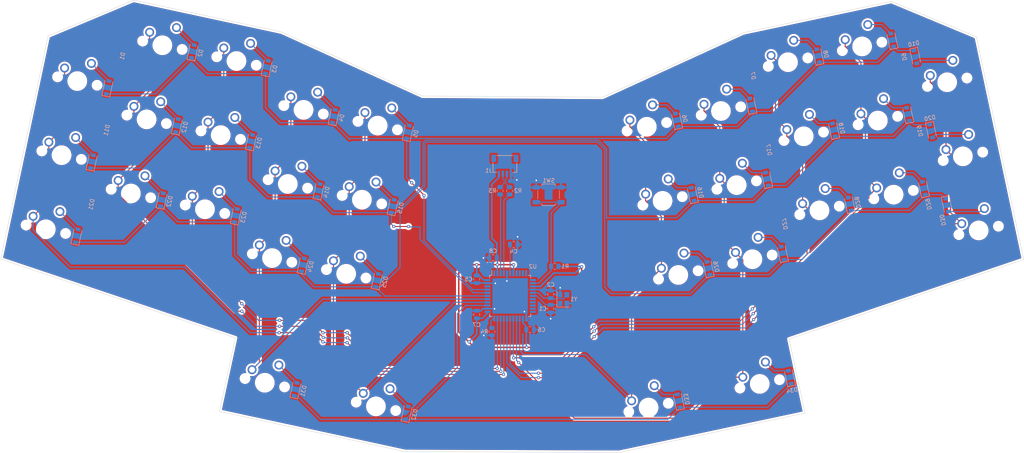
<source format=kicad_pcb>
(kicad_pcb (version 20211014) (generator pcbnew)
  (title_block (title "El Digito") (rev "v1.0.0") (company "MrKantz"))
  (layers (0 "F.Cu" signal) (31 "B.Cu" signal) (34 "B.Paste" user) (35 "F.Paste" user) (36 "B.SilkS" user "B.Silkscreen") (37 "F.SilkS" user "F.Silkscreen") (38 "B.Mask" user) (39 "F.Mask" user) (44 "Edge.Cuts" user))
  (net 0 "")
  (net 1 "GND")
  (net 2 "Net-(C1-Pad2)")
  (net 3 "Net-(C2-Pad2)")
  (net 4 "Net-(C4-Pad1)")
  (net 5 "+5V")
  (net 6 "/ROW0")
  (net 7 "Net-(D1-Pad2)")
  (net 8 "Net-(D2-Pad2)")
  (net 9 "Net-(D3-Pad2)")
  (net 10 "Net-(D4-Pad2)")
  (net 11 "Net-(D5-Pad2)")
  (net 12 "Net-(D6-Pad2)")
  (net 13 "Net-(D7-Pad2)")
  (net 14 "Net-(D8-Pad2)")
  (net 15 "Net-(D9-Pad2)")
  (net 16 "Net-(D10-Pad2)")
  (net 17 "/ROW1")
  (net 18 "Net-(D11-Pad2)")
  (net 19 "Net-(D12-Pad2)")
  (net 20 "Net-(D13-Pad2)")
  (net 21 "Net-(D14-Pad2)")
  (net 22 "Net-(D15-Pad2)")
  (net 23 "Net-(D16-Pad2)")
  (net 24 "Net-(D17-Pad2)")
  (net 25 "Net-(D18-Pad2)")
  (net 26 "Net-(D19-Pad2)")
  (net 27 "Net-(D20-Pad2)")
  (net 28 "/ROW2")
  (net 29 "Net-(D21-Pad2)")
  (net 30 "Net-(D22-Pad2)")
  (net 31 "Net-(D23-Pad2)")
  (net 32 "Net-(D24-Pad2)")
  (net 33 "Net-(D25-Pad2)")
  (net 34 "Net-(D26-Pad2)")
  (net 35 "Net-(D27-Pad2)")
  (net 36 "Net-(D28-Pad2)")
  (net 37 "Net-(D29-Pad2)")
  (net 38 "Net-(D30-Pad2)")
  (net 39 "/ROW3")
  (net 40 "Net-(D31-Pad2)")
  (net 41 "Net-(D32-Pad2)")
  (net 42 "Net-(D33-Pad2)")
  (net 43 "Net-(R1-Pad1)")
  (net 44 "Net-(R4-Pad1)")
  (net 52 "Net-(R2-Pad2)")
  (net 53 "/COL0")
  (net 54 "/COL1")
  (net 55 "/COL2")
  (net 56 "/COL3")
  (net 57 "/COL4")
  (net 58 "/COL5")
  (net 59 "/COL6")
  (net 60 "/COL7")
  (net 61 "/COL8")
  (net 62 "/COL9")
  (net 63 "Net-(R3-Pad2)")
  (net 64 "/D+")
  (net 65 "/D-")
  (net 71 "Net-(D34-Pad2)")
  (footprint "MX_Only:MXOnly-1U-NoLED" (layer "F.Cu") (at 307.224003 98.058645 12)
    (fp_text reference "MX20")
    (fp_text value "MX-NoLED")
  )
  (footprint "MX_Only:MXOnly-1U-NoLED" (layer "F.Cu") (at 250.335287 105.294595 12)
    (fp_text reference "MX17")
    (fp_text value "MX-NoLED")
  )
  (footprint "MX_Only:MXOnly-1U-NoLED" (layer "F.Cu") (at 267.20175 93.019624 12)
    (fp_text reference "MX18")
    (fp_text value "MX-NoLED")
  )
  (footprint "MX_Only:MXOnly-1U-NoLED" (layer "F.Cu") (at 120.606602 92.725583 -12)
    (fp_text reference "MX13")
    (fp_text value "MX-NoLED")
  )
  (footprint "MX_Only:MXOnly-1U-NoLED" (layer "F.Cu") (at 303.263285 79.424931 12)
    (fp_text reference "MX10")
    (fp_text value "MX-NoLED")
  )
  (footprint "MX_Only:MXOnly-1U-NoLED" (layer "F.Cu") (at 141.433783 86.366843 -12)
    (fp_text reference "MX4")
    (fp_text value "MX-NoLED")
  )
  (footprint "MX_Only:MXOnly-1U-NoLED" (layer "F.Cu") (at 254.296005 123.928308 12)
    (fp_text reference "MX27")
    (fp_text value "MX-NoLED")
  )
  (footprint "MX_Only:MXOnly-1U-NoLED" (layer "F.Cu") (at 156.106775 108.961274 -12)
    (fp_text reference "MX15")
    (fp_text value "MX-NoLED")
  )
  (footprint "MX_Only:MXOnly-1U-NoLED" (layer "F.Cu") (at 84.545066 79.130892 -12)
    (fp_text reference "MX1")
    (fp_text value "MX-NoLED")
  )
  (footprint "MX_Only:MXOnly-1U-NoLED" (layer "F.Cu") (at 152.146059 127.594985 -12)
    (fp_text reference "MX25")
    (fp_text value "MX-NoLED")
  )
  (footprint "MX_Only:MXOnly-1U-NoLED" (layer "F.Cu") (at 124.567319 74.091871 -12)
    (fp_text reference "MX3")
    (fp_text value "MX-NoLED")
  )
  (footprint "MX_Only:MXOnly-1U-NoLED" (layer "F.Cu") (at 131.678436 154.988134 -12)
    (fp_text reference "MX31")
    (fp_text value "MX-NoLED")
  )
  (footprint "MX_Only:MXOnly-1U-NoLED" (layer "F.Cu") (at 133.512346 123.634267 -12)
    (fp_text reference "MX24")
    (fp_text value "MX-NoLED")
  )
  (footprint "MX_Only:MXOnly-1U-NoLED" (layer "F.Cu") (at 231.701575 109.255313 12)
    (fp_text reference "MX16")
    (fp_text value "MX-NoLED")
  )
  (footprint "MX_Only:MXOnly-1U-NoLED" (layer "F.Cu") (at 76.623631 116.398316 -12)
    (fp_text reference "MX21")
    (fp_text value "MX-NoLED")
  )
  (footprint "MX_Only:MXOnly-1U-NoLED" (layer "F.Cu") (at 159.629004 160.92921 -12)
    (fp_text reference "MX32")
    (fp_text value "MX-NoLED")
  )
  (footprint "MX_Only:MXOnly-1U-NoLED" (layer "F.Cu") (at 281.874743 70.425194 12)
    (fp_text reference "MX9")
    (fp_text value "MX-NoLED")
  )
  (footprint "MX_Only:MXOnly-1U-NoLED" (layer "F.Cu") (at 105.933608 70.131154 -12)
    (fp_text reference "MX2")
    (fp_text value "MX-NoLED")
  )
  (footprint "MX_Only:MXOnly-1U-NoLED" (layer "F.Cu") (at 311.18472 116.692356 12)
    (fp_text reference "MX30")
    (fp_text value "MX-NoLED")
  )
  (footprint "MX_Only:MXOnly-1U-NoLED" (layer "F.Cu") (at 256.129916 155.282173 12)
    (fp_text reference "MX34")
    (fp_text value "MX-NoLED")
  )
  (footprint "MX_Only:MXOnly-1U-NoLED" (layer "F.Cu") (at 160.067494 90.327562 -12)
    (fp_text reference "MX5")
    (fp_text value "MX-NoLED")
  )
  (footprint "MX_Only:MXOnly-1U-NoLED" (layer "F.Cu") (at 271.162467 111.653336 12)
    (fp_text reference "MX28")
    (fp_text value "MX-NoLED")
  )
  (footprint "MX_Only:MXOnly-1U-NoLED" (layer "F.Cu") (at 289.796178 107.692618 12)
    (fp_text reference "MX29")
    (fp_text value "MX-NoLED")
  )
  (footprint "MX_Only:MXOnly-1U-NoLED" (layer "F.Cu") (at 246.37457 86.660884 12)
    (fp_text reference "MX7")
    (fp_text value "MX-NoLED")
  )
  (footprint "MX_Only:MXOnly-1U-NoLED" (layer "F.Cu") (at 235.662293 127.889024 12)
    (fp_text reference "MX26")
    (fp_text value "MX-NoLED")
  )
  (footprint "MX_Only:MXOnly-1U-NoLED" (layer "F.Cu") (at 285.835461 89.058905 12)
    (fp_text reference "MX19")
    (fp_text value "MX-NoLED")
  )
  (footprint "MX_Only:MXOnly-1U-NoLED" (layer "F.Cu") (at 263.241031 74.385911 12)
    (fp_text reference "MX8")
    (fp_text value "MX-NoLED")
  )
  (footprint "MX_Only:MXOnly-1U-NoLED" (layer "F.Cu") (at 101.97289 88.764866 -12)
    (fp_text reference "MX12")
    (fp_text value "MX-NoLED")
  )
  (footprint "MX_Only:MXOnly-1U-NoLED" (layer "F.Cu") (at 80.58435 97.764604 -12)
    (fp_text reference "MX11")
    (fp_text value "MX-NoLED")
  )
  (footprint "MX_Only:MXOnly-1U-NoLED" (layer "F.Cu") (at 98.012172 107.398578 -12)
    (fp_text reference "MX22")
    (fp_text value "MX-NoLED")
  )
  (footprint "MX_Only:MXOnly-1U-NoLED" (layer "F.Cu") (at 227.740856 90.621602 12)
    (fp_text reference "MX6")
    (fp_text value "MX-NoLED")
  )
  (footprint "MX_Only:MXOnly-1U-NoLED" (layer "F.Cu") (at 116.645884 111.359295 -12)
    (fp_text reference "MX23")
    (fp_text value "MX-NoLED")
  )
  (footprint "MX_Only:MXOnly-1U-NoLED" (layer "F.Cu") (at 228.179347 161.223249 12)
    (fp_text reference "MX33")
    (fp_text value "MX-NoLED")
  )
  (footprint "MX_Only:MXOnly-1U-NoLED" (layer "F.Cu") (at 137.473065 105.000556 -12)
    (fp_text reference "MX14")
    (fp_text value "MX-NoLED")
  )
  (footprint "Button_Switch_SMD:SW_SPST_SKQG_WithoutStem" (layer "B.Cu") (at 203.046152 107.73207 180)
    (fp_text reference "SW1")
    (fp_text value "SW_Push")
  )
  (footprint "Diode_SMD:D_SOD-123" (layer "B.Cu") (at 297.375148 106.081657 102)
    (fp_text reference "D29")
    (fp_text value "D_Small")
  )
  (footprint "Diode_SMD:D_SOD-123" (layer "B.Cu") (at 163.870823 110.611573 78)
    (fp_text reference "D15")
    (fp_text value "D_Small")
  )
  (footprint "Diode_SMD:D_SOD-123" (layer "B.Cu") (at 289.453714 68.814232 102)
    (fp_text reference "D9")
    (fp_text value "D_Small")
  )
  (footprint "Diode_SMD:D_SOD-123" (layer "B.Cu") (at 235.30526 88.942102 102)
    (fp_text reference "D6")
    (fp_text value "D_Small")
  )
  (footprint "Diode_SMD:D_SOD-123" (layer "B.Cu") (at 141.2621 125.351815 78)
    (fp_text reference "D24")
    (fp_text value "D_Small")
  )
  (footprint "Diode_SMD:D_SOD-123" (layer "B.Cu") (at 261.89341 122.404087 102)
    (fp_text reference "D27")
    (fp_text value "D_Small")
  )
  (footprint "Diode_SMD:D_SOD-123" (layer "B.Cu") (at 167.393051 162.579509 78)
    (fp_text reference "D32")
    (fp_text value "D_Small")
  )
  (footprint "random-keyboard-parts:JST-SR-4" (layer "B.Cu") (at 192.0479 97.66957)
    (fp_text reference "J1")
    (fp_text value "Conn_01x04_Female")
  )
  (footprint "Capacitor_SMD:C_0805_2012Metric" (layer "B.Cu") (at 198.383652 141.63207)
    (fp_text reference "C6")
    (fp_text value "0.1uF")
  )
  (footprint "Diode_SMD:D_SOD-123" (layer "B.Cu") (at 149.05722 87.987256 78)
    (fp_text reference "D4")
    (fp_text value "D_Small")
  )
  (footprint "Crystal:Crystal_SMD_3225-4Pin_3.2x2.5mm" (layer "B.Cu") (at 206.777402 133.95707 90)
    (fp_text reference "Y1")
    (fp_text value "16MHz")
  )
  (footprint "Diode_SMD:D_SOD-123" (layer "B.Cu") (at 293.414432 87.447945 102)
    (fp_text reference "D19")
    (fp_text value "D_Small")
  )
  (footprint "Capacitor_SMD:C_0805_2012Metric" (layer "B.Cu") (at 203.577402 132.75707 -90)
    (fp_text reference "C2")
    (fp_text value "22pF")
  )
  (footprint "Diode_SMD:D_SOD-123" (layer "B.Cu") (at 295.291065 73.063825 -78)
    (fp_text reference "D10")
    (fp_text value "D_Small")
  )
  (footprint "Diode_SMD:D_SOD-123" (layer "B.Cu") (at 167.690932 91.947973 78)
    (fp_text reference "D5")
    (fp_text value "D_Small")
  )
  (footprint "Package_QFP:TQFP-44_10x10mm_P0.8mm" (layer "B.Cu") (at 193.377402 133.15707 -90)
    (fp_text reference "U2")
    (fp_text value "ATmega32U4-A")
  )
  (footprint "Diode_SMD:D_SOD-123" (layer "B.Cu") (at 92.168504 80.751304 78)
    (fp_text reference "D1")
    (fp_text value "D_Small")
  )
  (footprint "Resistor_SMD:R_0805_2012Metric" (layer "B.Cu") (at 190.8479 106.71957 -90)
    (fp_text reference "R3")
    (fp_text value "22")
  )
  (footprint "Diode_SMD:D_SOD-123" (layer "B.Cu") (at 235.74375 159.54375 102)
    (fp_text reference "D33")
    (fp_text value "D_Small")
  )
  (footprint "Resistor_SMD:R_0805_2012Metric" (layer "B.Cu") (at 188.783652 142.13207 -90)
    (fp_text reference "R4")
    (fp_text value "10k")
  )
  (footprint "Diode_SMD:D_SOD-123" (layer "B.Cu") (at 145.23711 106.650855 78)
    (fp_text reference "D14")
    (fp_text value "D_Small")
  )
  (footprint "Diode_SMD:D_SOD-123" (layer "B.Cu") (at 257.932694 103.770376 102)
    (fp_text reference "D17")
    (fp_text value "D_Small")
  )
  (footprint "Diode_SMD:D_SOD-123" (layer "B.Cu") (at 105.790513 108.981629 78)
    (fp_text reference "D22")
    (fp_text value "D_Small")
  )
  (footprint "Diode_SMD:D_SOD-123" (layer "B.Cu") (at 303.2125 110.33125 -78)
    (fp_text reference "D30")
    (fp_text value "D_Small")
  )
  (footprint "Diode_SMD:D_SOD-123" (layer "B.Cu") (at 270.820001 72.77495 102)
    (fp_text reference "D8")
    (fp_text value "D_Small")
  )
  (footprint "Diode_SMD:D_SOD-123" (layer "B.Cu") (at 243.226694 126.209525 102)
    (fp_text reference "D26")
    (fp_text value "D_Small")
  )
  (footprint "Capacitor_SMD:C_0805_2012Metric" (layer "B.Cu") (at 203.577402 136.35707 90)
    (fp_text reference "C1")
    (fp_text value "22pF")
  )
  (footprint "Capacitor_SMD:C_0805_2012Metric" (layer "B.Cu") (at 194.283652 120.23207)
    (fp_text reference "C4")
    (fp_text value "1uF")
  )
  (footprint "Diode_SMD:D_SOD-123" (layer "B.Cu") (at 274.780719 91.408664 102)
    (fp_text reference "D18")
    (fp_text value "D_Small")
  )
  (footprint "Diode_SMD:D_SOD-123" (layer "B.Cu") (at 124.424225 112.942347 78)
    (fp_text reference "D23")
    (fp_text value "D_Small")
  )
  (footprint "Diode_SMD:D_SOD-123" (layer "B.Cu") (at 113.571339 71.684318 78)
    (fp_text reference "D2")
    (fp_text value "D_Small")
  )
  (footprint "Capacitor_SMD:C_0805_2012Metric" (layer "B.Cu") (at 184.977402 128.95707 -90)
    (fp_text reference "C5")
    (fp_text value "0.1uF")
  )
  (footprint "Diode_SMD:D_SOD-123" (layer "B.Cu") (at 299.251782 91.697537 -78)
    (fp_text reference "D20")
    (fp_text value "D_Small")
  )
  (footprint "Diode_SMD:D_SOD-123" (layer "B.Cu") (at 239.265976 107.575813 102)
    (fp_text reference "D16")
    (fp_text value "D_Small")
  )
  (footprint "Resistor_SMD:R_0805_2012Metric" (layer "B.Cu") (at 204.583652 125.73207)
    (fp_text reference "R1")
    (fp_text value "10k")
  )
  (footprint "Resistor_SMD:R_0805_2012Metric" (layer "B.Cu") (at 193.246152 106.73207 -90)
    (fp_text reference "R2")
    (fp_text value "22")
  )
  (footprint "Diode_SMD:D_SOD-123" (layer "B.Cu") (at 253.971977 85.136664 102)
    (fp_text reference "D7")
    (fp_text value "D_Small")
  )
  (footprint "Diode_SMD:D_SOD-123" (layer "B.Cu") (at 132.205052 75.645035 78)
    (fp_text reference "D3")
    (fp_text value "D_Small")
  )
  (footprint "Diode_SMD:D_SOD-123" (layer "B.Cu") (at 263.694317 153.602673 102)
    (fp_text reference "D34")
    (fp_text value "D_Small")
  )
  (footprint "Diode_SMD:D_SOD-123" (layer "B.Cu") (at 139.442484 156.638433 78)
    (fp_text reference "D31")
    (fp_text value "D_Small")
  )
  (footprint "Diode_SMD:D_SOD-123" (layer "B.Cu") (at 159.910105 129.245285 78)
    (fp_text reference "D25")
    (fp_text value "D_Small")
  )
  (footprint "Diode_SMD:D_SOD-123" (layer "B.Cu") (at 88.207787 99.385016 78)
    (fp_text reference "D11")
    (fp_text value "D_Small")
  )
  (footprint "Diode_SMD:D_SOD-123" (layer "B.Cu") (at 84.387678 118.048614 78)
    (fp_text reference "D21")
    (fp_text value "D_Small")
  )
  (footprint "Capacitor_SMD:C_0805_2012Metric" (layer "B.Cu") (at 189.077402 123.55707 180)
    (fp_text reference "C8")
    (fp_text value "10uF")
  )
  (footprint "Diode_SMD:D_SOD-123" (layer "B.Cu") (at 128.244333 94.278748 78)
    (fp_text reference "D13")
    (fp_text value "D_Small")
  )
  (footprint "Capacitor_SMD:C_0805_2012Metric" (layer "B.Cu") (at 184.983652 137.83207 90)
    (fp_text reference "C7")
    (fp_text value "0.1uF")
  )
  (footprint "Diode_SMD:D_SOD-123" (layer "B.Cu") (at 278.741437 110.042374 102)
    (fp_text reference "D28")
    (fp_text value "D_Small")
  )
  (footprint "Diode_SMD:D_SOD-123" (layer "B.Cu") (at 109.610622 90.318029 78)
    (fp_text reference "D12")
    (fp_text value "D_Small")
  )
  (gr_line (start 289.2 59.1) (end 310.6 68) (layer "Edge.Cuts") (width 0.1))
  (gr_line (start 220.8 172.5) (end 167 172.3) (layer "Edge.Cuts") (width 0.1))
  (gr_line (start 322.5 124) (end 263.5 144) (layer "Edge.Cuts") (width 0.1))
  (gr_line (start 252 67) (end 289.2 59.1) (layer "Edge.Cuts") (width 0.1))
  (gr_line (start 167 172.3) (end 120.3 162.2) (layer "Edge.Cuts") (width 0.1))
  (gr_line (start 216.6 83.2) (end 252 67) (layer "Edge.Cuts") (width 0.1))
  (gr_line (start 98.7 58.8) (end 135.9 66.8) (layer "Edge.Cuts") (width 0.1))
  (gr_line (start 267.5 162.6) (end 220.8 172.5) (layer "Edge.Cuts") (width 0.1))
  (gr_line (start 65.3 123.9) (end 77.2 67.8) (layer "Edge.Cuts") (width 0.1))
  (gr_line (start 135.9 66.8) (end 171.3 82.9) (layer "Edge.Cuts") (width 0.1))
  (gr_line (start 120.3 162.2) (end 124.3 143.7) (layer "Edge.Cuts") (width 0.1))
  (gr_line (start 310.6 68) (end 322.5 124) (layer "Edge.Cuts") (width 0.1))
  (gr_line (start 124.3 143.7) (end 65.3 123.9) (layer "Edge.Cuts") (width 0.1))
  (gr_line (start 77.2 67.8) (end 98.7 58.8) (layer "Edge.Cuts") (width 0.1))
  (gr_line (start 171.3 82.9) (end 216.6 83.2) (layer "Edge.Cuts") (width 0.1))
  (gr_line (start 263.5 144) (end 267.5 162.6) (layer "Edge.Cuts") (width 0.1))
  (via (at 205.95 131.1) (size 0.8) (drill 0.4) (layers "F.Cu" "B.Cu") (net 1))
  (via (at 203.55 138.9) (size 0.8) (drill 0.4) (layers "F.Cu" "B.Cu") (net 1))
  (via (at 186.75 143.1) (size 0.8) (drill 0.4) (layers "F.Cu" "B.Cu") (net 1))
  (via (at 192.55 129.4) (size 0.8) (drill 0.4) (layers "F.Cu" "B.Cu") (net 1))
  (via (at 195.05 104) (size 0.8) (drill 0.4) (layers "F.Cu" "B.Cu") (net 1))
  (via (at 196.95 137.1) (size 0.8) (drill 0.4) (layers "F.Cu" "B.Cu") (net 1))
  (via (at 189.65 130) (size 0.8) (drill 0.4) (layers "F.Cu" "B.Cu") (net 1))
  (via (at 189.45 136.4) (size 0.8) (drill 0.4) (layers "F.Cu" "B.Cu") (net 1))
  (via (at 195.25 118.3) (size 0.8) (drill 0.4) (layers "F.Cu" "B.Cu") (net 1))
  (via (at 186.65 123.6) (size 0.8) (drill 0.4) (layers "F.Cu" "B.Cu") (net 1))
  (via (at 199.95 104.1) (size 0.8) (drill 0.4) (layers "F.Cu" "B.Cu") (net 1))
  (segment (start 199.077402 131.55707) (end 203.327402 131.55707) (width 0.381) (layer "B.Cu") (net 1))
  (segment (start 187.677402 136.35707) (end 186.59293 136.35707) (width 0.381) (layer "B.Cu") (net 1))
  (segment (start 197.377402 139.027402) (end 199.333652 140.983652) (width 0.381) (layer "B.Cu") (net 1))
  (segment (start 203.327402 131.55707) (end 203.577402 131.80707) (width 0.381) (layer "B.Cu") (net 1))
  (segment (start 193.5479 102.4979) (end 195.05 104) (width 0.381) (layer "B.Cu") (net 1))
  (segment (start 185.001582 136.9) (end 184.983652 136.88207) (width 0.381) (layer "B.Cu") (net 1))
  (segment (start 203.577402 137.30707) (end 203.577402 138.872598) (width 0.381) (layer "B.Cu") (net 1))
  (segment (start 203.577402 131.80707) (end 204.877402 131.80707) (width 0.381) (layer "B.Cu") (net 1))
  (segment (start 195.233652 118.316348) (end 195.25 118.3) (width 0.381) (layer "B.Cu") (net 1))
  (segment (start 199.946152 105.88207) (end 206.146152 105.88207) (width 0.381) (layer "B.Cu") (net 1))
  (segment (start 199.946152 105.88207) (end 199.946152 104.103848) (width 0.381) (layer "B.Cu") (net 1))
  (segment (start 186.05 136.9) (end 185.001582 136.9) (width 0.381) (layer "B.Cu") (net 1))
  (segment (start 189.40707 136.35707) (end 189.45 136.4) (width 0.381) (layer "B.Cu") (net 1))
  (segment (start 197.377402 138.85707) (end 197.377402 139.027402) (width 0.381) (layer "B.Cu") (net 1))
  (segment (start 199.333652 140.983652) (end 199.333652 141.63207) (width 0.381) (layer "B.Cu") (net 1))
  (segment (start 199.946152 104.103848) (end 199.95 104.1) (width 0.381) (layer "B.Cu") (net 1))
  (segment (start 205.927402 131.122598) (end 205.95 131.1) (width 0.381) (layer "B.Cu") (net 1))
  (segment (start 207.627402 136.13807) (end 206.458402 137.30707) (width 0.381) (layer "B.Cu") (net 1))
  (segment (start 206.458402 137.30707) (end 203.577402 137.30707) (width 0.381) (layer "B.Cu") (net 1))
  (segment (start 207.627402 135.05707) (end 207.627402 136.13807) (width 0.381) (layer "B.Cu") (net 1))
  (segment (start 195.233652 120.23207) (end 195.233652 118.316348) (width 0.381) (layer "B.Cu") (net 1))
  (segment (start 186.69293 123.55707) (end 186.65 123.6) (width 0.381) (layer "B.Cu") (net 1))
  (segment (start 186.80543 143.04457) (end 186.75 143.1) (width 0.381) (layer "B.Cu") (net 1))
  (segment (start 187.677402 129.95707) (end 189.60707 129.95707) (width 0.381) (layer "B.Cu") (net 1))
  (segment (start 192.577402 127.45707) (end 192.577402 129.372598) (width 0.381) (layer "B.Cu") (net 1))
  (segment (start 188.783652 143.04457) (end 186.80543 143.04457) (width 0.381) (layer "B.Cu") (net 1))
  (segment (start 188.127402 123.55707) (end 186.69293 123.55707) (width 0.381) (layer "B.Cu") (net 1))
  (segment (start 189.60707 129.95707) (end 189.65 130) (width 0.381) (layer "B.Cu") (net 1))
  (segment (start 197.377402 138.85707) (end 197.377402 137.527402) (width 0.381) (layer "B.Cu") (net 1))
  (segment (start 197.377402 137.527402) (end 196.95 137.1) (width 0.381) (layer "B.Cu") (net 1))
  (segment (start 204.877402 131.80707) (end 205.927402 132.85707) (width 0.381) (layer "B.Cu") (net 1))
  (segment (start 192.577402 129.372598) (end 192.55 129.4) (width 0.381) (layer "B.Cu") (net 1))
  (segment (start 205.927402 132.85707) (end 205.927402 131.122598) (width 0.381) (layer "B.Cu") (net 1))
  (segment (start 187.677402 136.35707) (end 189.40707 136.35707) (width 0.381) (layer "B.Cu") (net 1))
  (segment (start 193.5479 102.44457) (end 193.5479 102.4979) (width 0.381) (layer "B.Cu") (net 1))
  (segment (start 187.627402 129.90707) (end 187.677402 129.95707) (width 0.381) (layer "B.Cu") (net 1))
  (segment (start 186.59293 136.35707) (end 186.05 136.9) (width 0.381) (layer "B.Cu") (net 1))
  (segment (start 203.577402 138.872598) (end 203.55 138.9) (width 0.381) (layer "B.Cu") (net 1))
  (segment (start 184.977402 129.90707) (end 187.627402 129.90707) (width 0.381) (layer "B.Cu") (net 1))
  (segment (start 203.577402 135.40707) (end 205.577402 135.40707) (width 0.254) (layer "B.Cu") (net 2))
  (segment (start 205.577402 135.40707) (end 205.927402 135.05707) (width 0.254) (layer "B.Cu") (net 2))
  (segment (start 202.331402 135.40707) (end 203.577402 135.40707) (width 0.254) (layer "B.Cu") (net 2))
  (segment (start 200.081402 133.15707) (end 202.331402 135.40707) (width 0.254) (layer "B.Cu") (net 2))
  (segment (start 199.077402 133.15707) (end 200.081402 133.15707) (width 0.254) (layer "B.Cu") (net 2))
  (segment (start 203.577402 133.70707) (end 203.753913 133.883581) (width 0.254) (layer "B.Cu") (net 3))
  (segment (start 206.700891 133.883581) (end 207.627402 132.95707) (width 0.254) (layer "B.Cu") (net 3))
  (segment (start 200.40707 132.35707) (end 201.75707 133.70707) (width 0.254) (layer "B.Cu") (net 3))
  (segment (start 203.753913 133.883581) (end 206.700891 133.883581) (width 0.254) (layer "B.Cu") (net 3))
  (segment (start 201.75707 133.70707) (end 203.577402 133.70707) (width 0.254) (layer "B.Cu") (net 3))
  (segment (start 199.077402 132.35707) (end 200.40707 132.35707) (width 0.254) (layer "B.Cu") (net 3))
  (segment (start 207.627402 132.95707) (end 207.627402 132.85707) (width 0.254) (layer "B.Cu") (net 3))
  (segment (start 193.377402 127.45707) (end 193.377402 120.27582) (width 0.254) (layer "B.Cu") (net 4))
  (segment (start 193.377402 120.27582) (end 193.333652 120.23207) (width 0.254) (layer "B.Cu") (net 4))
  (segment (start 211.35 137.8) (end 203.65 145.5) (width 0.381) (layer "F.Cu") (net 5))
  (segment (start 180.45 142.2) (end 180.45 127.3) (width 0.381) (layer "F.Cu") (net 5))
  (segment (start 203.05 146.1) (end 184.35 146.1) (width 0.381) (layer "F.Cu") (net 5))
  (segment (start 180.45 127.3) (end 182.45 125.3) (width 0.381) (layer "F.Cu") (net 5))
  (segment (start 211.35 125.8) (end 211.35 137.8) (width 0.381) (layer "F.Cu") (net 5))
  (segment (start 184.35 146.1) (end 180.45 142.2) (width 0.381) (layer "F.Cu") (net 5))
  (segment (start 203.65 145.5) (end 203.05 146.1) (width 0.381) (layer "F.Cu") (net 5))
  (segment (start 190.15 125.3) (end 194.25 125.3) (width 0.381) (layer "F.Cu") (net 5))
  (segment (start 182.45 125.3) (end 190.15 125.3) (width 0.381) (layer "F.Cu") (net 5))
  (via (at 211.35 125.8) (size 0.8) (drill 0.4) (layers "F.Cu" "B.Cu") (net 5))
  (via (at 194.25 125.3) (size 0.8) (drill 0.4) (layers "F.Cu" "B.Cu") (net 5))
  (via (at 190.15 125.3) (size 0.8) (drill 0.4) (layers "F.Cu" "B.Cu") (net 5))
  (via (at 197.55 146.1) (size 0.8) (drill 0.4) (layers "F.Cu" "B.Cu") (net 5))
  (via (at 184.95 125.3) (size 0.8) (drill 0.4) (layers "F.Cu" "B.Cu") (net 5))
  (via (at 183.05 144.7) (size 0.8) (drill 0.4) (layers "F.Cu" "B.Cu") (net 5))
  (segment (start 190.177402 127.45707) (end 190.177402 123.70707) (width 0.381) (layer "B.Cu") (net 5))
  (segment (start 197.433652 141.63207) (end 197.433652 145.983652) (width 0.381) (layer "B.Cu") (net 5))
  (segment (start 187.677402 129.15707) (end 186.70707 129.15707) (width 0.381) (layer "B.Cu") (net 5))
  (segment (start 200.99293 130.75707) (end 204.35 127.4) (width 0.381) (layer "B.Cu") (net 5))
  (segment (start 190.177402 123.70707) (end 190.027402 123.55707) (width 0.381) (layer "B.Cu") (net 5))
  (segment (start 190.5479 103.35835) (end 188.76875 105.1375) (width 0.381) (layer "B.Cu") (net 5))
  (segment (start 190.027402 119.889902) (end 190.027402 123.55707) (width 0.381) (layer "B.Cu") (net 5))
  (segment (start 184.983652 138.78207) (end 184.983652 142.766348) (width 0.381) (layer "B.Cu") (net 5))
  (segment (start 199.077402 130.75707) (end 200.99293 130.75707) (width 0.381) (layer "B.Cu") (net 5))
  (segment (start 196.577402 138.85707) (end 196.577402 139.927402) (width 0.381) (layer "B.Cu") (net 5))
  (segment (start 185.55707 128.00707) (end 184.977402 128.00707) (width 0.381) (layer "B.Cu") (net 5))
  (segment (start 188.76875 105.1375) (end 188.76875 118.63125) (width 0.381) (layer "B.Cu") (net 5))
  (segment (start 197.433652 140.783652) (end 197.433652 141.63207) (width 0.381) (layer "B.Cu") (net 5))
  (segment (start 211.28207 125.73207) (end 211.35 125.8) (width 0.381) (layer "B.Cu") (net 5))
  (segment (start 209.75 127.4) (end 211.35 125.8) (width 0.381) (layer "B.Cu") (net 5))
  (segment (start 186.36793 138.78207) (end 184.983652 138.78207) (width 0.381) (layer "B.Cu") (net 5))
  (segment (start 194.25 127.384472) (end 194.177402 127.45707) (width 0.381) (layer "B.Cu") (net 5))
  (segment (start 184.983652 142.766348) (end 183.05 144.7) (width 0.381) (layer "B.Cu") (net 5))
  (segment (start 204.35 127.4) (end 209.75 127.4) (width 0.381) (layer "B.Cu") (net 5))
  (segment (start 187.677402 137.15707) (end 187.677402 137.472598) (width 0.381) (layer "B.Cu") (net 5))
  (segment (start 184.977402 128.00707) (end 184.977402 125.327402) (width 0.381) (layer "B.Cu") (net 5))
  (segment (start 188.76875 118.63125) (end 190.027402 119.889902) (width 0.381) (layer "B.Cu") (net 5))
  (segment (start 205.496152 125.73207) (end 211.28207 125.73207) (width 0.381) (layer "B.Cu") (net 5))
  (segment (start 184.977402 125.327402) (end 184.95 125.3) (width 0.381) (layer "B.Cu") (net 5))
  (segment (start 194.25 125.3) (end 194.25 127.384472) (width 0.381) (layer "B.Cu") (net 5))
  (segment (start 190.5479 102.44457) (end 190.5479 103.35835) (width 0.381) (layer "B.Cu") (net 5))
  (segment (start 197.433652 145.983652) (end 197.55 146.1) (width 0.381) (layer "B.Cu") (net 5))
  (segment (start 186.70707 129.15707) (end 185.55707 128.00707) (width 0.381) (layer "B.Cu") (net 5))
  (segment (start 187.677402 137.472598) (end 186.36793 138.78207) (width 0.381) (layer "B.Cu") (net 5))
  (segment (start 196.577402 139.927402) (end 197.433652 140.783652) (width 0.381) (layer "B.Cu") (net 5))
  (segment (start 171.7 107.8) (end 171.7 107.9) (width 0.254) (layer "F.Cu") (net 6))
  (segment (start 168.6 104.7) (end 171.7 107.8) (width 0.254) (layer "F.Cu") (net 6))
  (via (at 168.6 104.7) (size 0.8) (drill 0.4) (layers "F.Cu" "B.Cu") (net 6))
  (via (at 171.7 107.9) (size 0.8) (drill 0.4) (layers "F.Cu" "B.Cu") (net 6))
  (segment (start 131.861998 77.258979) (end 131.861998 85.861998) (width 0.254) (layer "B.Cu") (net 6))
  (segment (start 113.228285 73.298262) (end 117.189002 77.258979) (width 0.254) (layer "B.Cu") (net 6))
  (segment (start 285.83605 74.388894) (end 271.163055 74.388894) (width 0.254) (layer "B.Cu") (net 6))
  (segment (start 131.861998 85.861998) (end 135.6012 89.6012) (width 0.254) (layer "B.Cu") (net 6))
  (segment (start 167.347878 103.447878) (end 168.6 104.7) (width 0.254) (layer "B.Cu") (net 6))
  (segment (start 91.82545 82.365248) (end 104.161299 82.365248) (width 0.254) (layer "B.Cu") (net 6))
  (segment (start 167.347878 93.561917) (end 232.642443 93.561917) (width 0.254) (layer "B.Cu") (net 6))
  (segment (start 153.238083 93.561917) (end 167.347878 93.561917) (width 0.254) (layer "B.Cu") (net 6))
  (segment (start 271.163055 74.388894) (end 258.801341 86.750608) (width 0.254) (layer "B.Cu") (net 6))
  (segment (start 171.7 119.3) (end 183.95707 131.55707) (width 0.254) (layer "B.Cu") (net 6))
  (segment (start 183.95707 131.55707) (end 187.677402 131.55707) (width 0.254) (layer "B.Cu") (net 6))
  (segment (start 117.189002 77.258979) (end 131.861998 77.258979) (width 0.254) (layer "B.Cu") (net 6))
  (segment (start 148.8012 89.6012) (end 153 93.8) (width 0.254) (layer "B.Cu") (net 6))
  (segment (start 104.161299 82.365248) (end 113.228285 73.298262) (width 0.254) (layer "B.Cu") (net 6))
  (segment (start 289.796768 70.428176) (end 285.83605 74.388894) (width 0.254) (layer "B.Cu") (net 6))
  (segment (start 148.714166 89.6012) (end 148.8012 89.6012) (width 0.254) (layer "B.Cu") (net 6))
  (segment (start 258.801341 86.750608) (end 254.315031 86.750608) (width 0.254) (layer "B.Cu") (net 6))
  (segment (start 167.347878 93.561917) (end 167.347878 103.447878) (width 0.254) (layer "B.Cu") (net 6))
  (segment (start 232.642443 93.561917) (end 235.648314 90.556046) (width 0.254) (layer "B.Cu") (net 6))
  (segment (start 135.6012 89.6012) (end 148.714166 89.6012) (width 0.254) (layer "B.Cu") (net 6))
  (segment (start 153 93.8) (end 153.238083 93.561917) (width 0.254) (layer "B.Cu") (net 6))
  (segment (start 171.7 107.9) (end 171.7 119.3) (width 0.254) (layer "B.Cu") (net 6))
  (segment (start 250.509593 90.556046) (end 235.648314 90.556046) (width 0.254) (layer "B.Cu") (net 6))
  (segment (start 294.948011 71.449881) (end 290.818473 71.449881) (width 0.254) (layer "B.Cu") (net 6))
  (segment (start 290.818473 71.449881) (end 289.796768 70.428176) (width 0.254) (layer "B.Cu") (net 6))
  (segment (start 254.315031 86.750608) (end 250.509593 90.556046) (width 0.254) (layer "B.Cu") (net 6))
  (segment (start 88.085752 74.689998) (end 92.511558 79.115804) (width 0.254) (layer "B.Cu") (net 7))
  (segment (start 92.511558 79.115804) (end 92.511558 79.13736) (width 0.254) (layer "B.Cu") (net 7))
  (segment (start 109.474294 65.69026) (end 113.854408 70.070374) (width 0.254) (layer "B.Cu") (net 8))
  (segment (start 113.854408 70.070374) (end 113.914393 70.070374) (width 0.254) (layer "B.Cu") (net 8))
  (segment (start 132.488119 74.031091) (end 132.548106 74.031091) (width 0.254) (layer "B.Cu") (net 9))
  (segment (start 128.108005 69.650977) (end 132.488119 74.031091) (width 0.254) (layer "B.Cu") (net 9))
  (segment (start 144.974469 81.925949) (end 149.400274 86.351754) (width 0.254) (layer "B.Cu") (net 10))
  (segment (start 149.400274 86.351754) (end 149.400274 86.373312) (width 0.254) (layer "B.Cu") (net 10))
  (segment (start 163.60818 85.886668) (end 168.033986 90.312474) (width 0.254) (layer "B.Cu") (net 11))
  (segment (start 168.033986 90.312474) (end 168.033986 90.334029) (width 0.254) (layer "B.Cu") (net 11))
  (segment (start 232.758564 85.124516) (end 234.962206 87.328158) (width 0.254) (layer "B.Cu") (net 12))
  (segment (start 229.16916 85.124516) (end 232.758564 85.124516) (width 0.254) (layer "B.Cu") (net 12))
  (segment (start 247.802874 81.163798) (end 251.270001 81.163798) (width 0.254) (layer "B.Cu") (net 13))
  (segment (start 251.270001 81.163798) (end 253.628923 83.52272) (width 0.254) (layer "B.Cu") (net 13))
  (segment (start 264.669335 68.888825) (end 268.204766 68.888825) (width 0.254) (layer "B.Cu") (net 14))
  (segment (start 268.204766 68.888825) (end 270.476947 71.161006) (width 0.254) (layer "B.Cu") (net 14))
  (segment (start 286.83848 64.928108) (end 289.11066 67.200288) (width 0.254) (layer "B.Cu") (net 15))
  (segment (start 283.303047 64.928108) (end 286.83848 64.928108) (width 0.254) (layer "B.Cu") (net 15))
  (segment (start 296.384043 73.927845) (end 295.634119 74.677769) (width 0.254) (layer "B.Cu") (net 16))
  (segment (start 304.691589 73.927845) (end 296.384043 73.927845) (width 0.254) (layer "B.Cu") (net 16))
  (segment (start 164.1 115.7) (end 167.8 115.7) (width 0.254) (layer "F.Cu") (net 17))
  (via (at 167.8 115.7) (size 0.8) (drill 0.4) (layers "F.Cu" "B.Cu") (net 17))
  (via (at 164.1 115.7) (size 0.8) (drill 0.4) (layers "F.Cu" "B.Cu") (net 17))
  (segment (start 298.908728 90.083593) (end 294.77919 90.083593) (width 0.254) (layer "B.Cu") (net 17))
  (segment (start 171.5 105.4) (end 171.5 94.6) (width 0.254) (layer "B.Cu") (net 17))
  (segment (start 100.200581 100.99896) (end 109.267568 91.931973) (width 0.254) (layer "B.Cu") (net 17))
  (segment (start 184.115696 132.35707) (end 187.677402 132.35707) (width 0.254) (layer "B.Cu") (net 17))
  (segment (start 215.515437 94.015437) (end 217.6 96.1) (width 0.254) (layer "B.Cu") (net 17))
  (segment (start 163.527769 115.127769) (end 164.1 115.7) (width 0.254) (layer "B.Cu") (net 17))
  (segment (start 144.894056 108.264799) (end 148.854774 112.225517) (width 0.254) (layer "B.Cu") (net 17))
  (segment (start 275.123773 93.022608) (end 262.762061 105.38432) (width 0.254) (layer "B.Cu") (net 17))
  (segment (start 258.275748 105.38432) (end 254.470311 109.189757) (width 0.254) (layer "B.Cu") (net 17))
  (segment (start 127.901279 95.892692) (end 127.901279 103.701279) (width 0.254) (layer "B.Cu") (net 17))
  (segment (start 170.7 118.941374) (end 184.115696 132.35707) (width 0.254) (layer "B.Cu") (net 17))
  (segment (start 109.267568 91.931973) (end 109.331973 91.931973) (width 0.254) (layer "B.Cu") (net 17))
  (segment (start 294.77919 90.083593) (end 293.757486 89.061889) (width 0.254) (layer "B.Cu") (net 17))
  (segment (start 293.757486 89.061889) (end 289.796767 93.022608) (width 0.254) (layer "B.Cu") (net 17))
  (segment (start 217.6 113.5) (end 235.298787 113.5) (width 0.254) (layer "B.Cu") (net 17))
  (segment (start 148.854774 112.225517) (end 163.527769 112.225517) (width 0.254) (layer "B.Cu") (net 17))
  (segment (start 235.298787 113.5) (end 239.60903 109.189757) (width 0.254) (layer "B.Cu") (net 17))
  (segment (start 109.331973 91.931973) (end 113.292692 95.892692) (width 0.254) (layer "B.Cu") (net 17))
  (segment (start 254.470311 109.189757) (end 239.60903 109.189757) (width 0.254) (layer "B.Cu") (net 17))
  (segment (start 217.6 96.1) (end 217.6 113.5) (width 0.254) (layer "B.Cu") (net 17))
  (segment (start 262.762061 105.38432) (end 258.275748 105.38432) (width 0.254) (layer "B.Cu") (net 17))
  (segment (start 163.527769 112.225517) (end 163.527769 115.127769) (width 0.254) (layer "B.Cu") (net 17))
  (segment (start 167.8 115.7) (end 167.9 115.8) (width 0.254) (layer "B.Cu") (net 17))
  (segment (start 289.796767 93.022608) (end 275.123773 93.022608) (width 0.254) (layer "B.Cu") (net 17))
  (segment (start 167.9 115.8) (end 170.7 115.8) (width 0.254) (layer "B.Cu") (net 17))
  (segment (start 172.084563 94.015437) (end 215.515437 94.015437) (width 0.254) (layer "B.Cu") (net 17))
  (segment (start 171.5 94.6) (end 172.084563 94.015437) (width 0.254) (layer "B.Cu") (net 17))
  (segment (start 127.901279 103.701279) (end 132.464799 108.264799) (width 0.254) (layer "B.Cu") (net 17))
  (segment (start 87.864733 100.99896) (end 100.200581 100.99896) (width 0.254) (layer "B.Cu") (net 17))
  (segment (start 170.7 115.8) (end 170.7 118.941374) (width 0.254) (layer "B.Cu") (net 17))
  (segment (start 132.464799 108.264799) (end 144.894056 108.264799) (width 0.254) (layer "B.Cu") (net 17))
  (segment (start 163.527769 112.225517) (end 164.674483 112.225517) (width 0.254) (layer "B.Cu") (net 17))
  (segment (start 164.674483 112.225517) (end 171.5 105.4) (width 0.254) (layer "B.Cu") (net 17))
  (segment (start 113.292692 95.892692) (end 127.901279 95.892692) (width 0.254) (layer "B.Cu") (net 17))
  (segment (start 88.550841 97.749515) (end 88.550841 97.771072) (width 0.254) (layer "B.Cu") (net 18))
  (segment (start 84.125036 93.32371) (end 88.550841 97.749515) (width 0.254) (layer "B.Cu") (net 18))
  (segment (start 105.513576 84.323972) (end 109.893689 88.704085) (width 0.254) (layer "B.Cu") (net 19))
  (segment (start 109.893689 88.704085) (end 109.953676 88.704085) (width 0.254) (layer "B.Cu") (net 19))
  (segment (start 128.527403 92.664804) (end 128.587387 92.664804) (width 0.254) (layer "B.Cu") (net 20))
  (segment (start 124.147288 88.284689) (end 128.527403 92.664804) (width 0.254) (layer "B.Cu") (net 20))
  (segment (start 145.491 105.036911) (end 145.580164 105.036911) (width 0.254) (layer "B.Cu") (net 21))
  (segment (start 141.013751 100.559662) (end 145.491 105.036911) (width 0.254) (layer "B.Cu") (net 21))
  (segment (start 159.647461 104.52038) (end 164.12471 108.997629) (width 0.254) (layer "B.Cu") (net 22))
  (segment (start 164.12471 108.997629) (end 164.213877 108.997629) (width 0.254) (layer "B.Cu") (net 22))
  (segment (start 238.922922 105.961869) (end 235.333521 105.961869) (width 0.254) (layer "B.Cu") (net 23))
  (segment (start 235.333521 105.961869) (end 233.129879 103.758227) (width 0.254) (layer "B.Cu") (net 23))
  (segment (start 254.122514 102.156432) (end 251.763591 99.797509) (width 0.254) (layer "B.Cu") (net 24))
  (segment (start 257.58964 102.156432) (end 254.122514 102.156432) (width 0.254) (layer "B.Cu") (net 24))
  (segment (start 274.437665 89.79472) (end 270.902236 89.79472) (width 0.254) (layer "B.Cu") (net 25))
  (segment (start 270.902236 89.79472) (end 268.630054 87.522538) (width 0.254) (layer "B.Cu") (net 25))
  (segment (start 289.535947 85.834001) (end 287.263765 83.561819) (width 0.254) (layer "B.Cu") (net 26))
  (segment (start 293.071378 85.834001) (end 289.535947 85.834001) (width 0.254) (layer "B.Cu") (net 26))
  (segment (start 300.344758 92.561559) (end 299.594836 93.311481) (width 0.254) (layer "B.Cu") (net 27))
  (segment (start 308.652307 92.561559) (end 300.344758 92.561559) (width 0.254) (layer "B.Cu") (net 27))
  (segment (start 218.8 132.6) (end 217.14648 130.94648) (width 0.254) (layer "B.Cu") (net 28))
  (segment (start 243.476531 127.823469) (end 238.7 132.6) (width 0.254) (layer "B.Cu") (net 28))
  (segment (start 161.864892 133.15707) (end 187.677402 133.15707) (width 0.254) (layer "B.Cu") (net 28))
  (segment (start 262.236464 124.018031) (end 258.431026 127.823469) (width 0.254) (layer "B.Cu") (net 28))
  (segment (start 160.840771 130.859229) (end 159.567051 130.859229) (width 0.254) (layer "B.Cu") (net 28))
  (segment (start 140.919046 127.719046) (end 144.059229 130.859229) (width 0.254) (layer "B.Cu") (net 28))
  (segment (start 159.567051 130.859229) (end 161.864892 133.15707) (width 0.254) (layer "B.Cu") (net 28))
  (segment (start 297.718202 107.695601) (end 301.847741 107.695601) (width 0.254) (layer "B.Cu") (net 28))
  (segment (start 165.7 126) (end 160.840771 130.859229) (width 0.254) (layer "B.Cu") (net 28))
  (segment (start 124.081171 122.881171) (end 128.165759 126.965759) (width 0.254) (layer "B.Cu") (net 28))
  (segment (start 238.7 132.6) (end 218.8 132.6) (width 0.254) (layer "B.Cu") (net 28))
  (segment (start 165.7 111.841374) (end 165.7 126) (width 0.254) (layer "B.Cu") (net 28))
  (segment (start 243.569748 127.823469) (end 243.476531 127.823469) (width 0.254) (layer "B.Cu") (net 28))
  (segment (start 217.14648 130.94648) (end 217.14648 96.287854) (width 0.254) (layer "B.Cu") (net 28))
  (segment (start 128.165759 126.965759) (end 140.919046 126.965759) (width 0.254) (layer "B.Cu") (net 28))
  (segment (start 140.919046 126.965759) (end 140.919046 127.719046) (width 0.254) (layer "B.Cu") (net 28))
  (segment (start 171.95352 105.587854) (end 165.7 111.841374) (width 0.254) (layer "B.Cu") (net 28))
  (segment (start 172.272417 94.468957) (end 171.95352 94.787854) (width 0.254) (layer "B.Cu") (net 28))
  (segment (start 171.95352 94.787854) (end 171.95352 105.587854) (width 0.254) (layer "B.Cu") (net 28))
  (segment (start 84.044624 119.662558) (end 96.380474 119.662558) (width 0.254) (layer "B.Cu") (net 28))
  (segment (start 297.718202 107.695601) (end 293.757485 111.656318) (width 0.254) (layer "B.Cu") (net 28))
  (segment (start 215.327583 94.468957) (end 172.272417 94.468957) (width 0.254) (layer "B.Cu") (net 28))
  (segment (start 279.084491 111.656318) (end 266.722778 124.018031) (width 0.254) (layer "B.Cu") (net 28))
  (segment (start 124.081171 114.556291) (end 124.081171 122.881171) (width 0.254) (layer "B.Cu") (net 28))
  (segment (start 109.756291 114.556291) (end 124.081171 114.556291) (width 0.254) (layer "B.Cu") (net 28))
  (segment (start 266.722778 124.018031) (end 262.236464 124.018031) (width 0.254) (layer "B.Cu") (net 28))
  (segment (start 144.059229 130.859229) (end 159.567051 130.859229) (width 0.254) (layer "B.Cu") (net 28))
  (segment (start 96.380474 119.662558) (end 105.447459 110.595573) (width 0.254) (layer "B.Cu") (net 28))
  (segment (start 105.795573 110.595573) (end 109.756291 114.556291) (width 0.254) (layer "B.Cu") (net 28))
  (segment (start 258.431026 127.823469) (end 243.569748 127.823469) (width 0.254) (layer "B.Cu") (net 28))
  (segment (start 301.847741 107.695601) (end 302.869446 108.717306) (width 0.254) (layer "B.Cu") (net 28))
  (segment (start 105.447459 110.595573) (end 105.795573 110.595573) (width 0.254) (layer "B.Cu") (net 28))
  (segment (start 293.757485 111.656318) (end 279.084491 111.656318) (width 0.254) (layer "B.Cu") (net 28))
  (segment (start 217.14648 96.287854) (end 215.327583 94.468957) (width 0.254) (layer "B.Cu") (net 28))
  (segment (start 80.164317 111.957422) (end 84.641565 116.43467) (width 0.254) (layer "B.Cu") (net 29))
  (segment (start 84.641565 116.43467) (end 84.730732 116.43467) (width 0.254) (layer "B.Cu") (net 29))
  (segment (start 101.552858 102.957684) (end 105.962859 107.367685) (width 0.254) (layer "B.Cu") (net 30))
  (segment (start 105.962859 107.367685) (end 106.133567 107.367685) (width 0.254) (layer "B.Cu") (net 30))
  (segment (start 124.596572 111.328403) (end 124.767279 111.328403) (width 0.254) (layer "B.Cu") (net 31))
  (segment (start 120.18657 106.918401) (end 124.596572 111.328403) (width 0.254) (layer "B.Cu") (net 31))
  (segment (start 141.59753 123.737871) (end 141.605154 123.737871) (width 0.254) (layer "B.Cu") (net 32))
  (segment (start 137.053032 119.193373) (end 141.59753 123.737871) (width 0.254) (layer "B.Cu") (net 32))
  (segment (start 155.686745 123.154091) (end 160.163995 127.631341) (width 0.254) (layer "B.Cu") (net 33))
  (segment (start 160.163995 127.631341) (end 160.253159 127.631341) (width 0.254) (layer "B.Cu") (net 33))
  (segment (start 237.090597 122.391938) (end 240.679997 122.391938) (width 0.254) (layer "B.Cu") (net 34))
  (segment (start 240.679997 122.391938) (end 242.88364 124.595581) (width 0.254) (layer "B.Cu") (net 34))
  (segment (start 259.191435 118.431222) (end 261.550356 120.790143) (width 0.254) (layer "B.Cu") (net 35))
  (segment (start 255.724309 118.431222) (end 259.191435 118.431222) (width 0.254) (layer "B.Cu") (net 35))
  (segment (start 276.126203 106.15625) (end 278.398383 108.42843) (width 0.254) (layer "B.Cu") (net 36))
  (segment (start 272.590771 106.15625) (end 276.126203 106.15625) (width 0.254) (layer "B.Cu") (net 36))
  (segment (start 291.224482 102.195532) (end 294.759913 102.195532) (width 0.254) (layer "B.Cu") (net 37))
  (segment (start 294.759913 102.195532) (end 297.032094 104.467713) (width 0.254) (layer "B.Cu") (net 37))
  (segment (start 311.8631 111.945194) (end 312.613024 111.19527) (width 0.254) (layer "B.Cu") (net 38))
  (segment (start 303.555554 111.945194) (end 311.8631 111.945194) (width 0.254) (layer "B.Cu") (net 38))
  (segment (start 182.14293 135.55707) (end 187.677402 135.55707) (width 0.254) (layer "B.Cu") (net 39))
  (segment (start 180.1 151.14345) (end 180.1 137.6) (width 0.254) (layer "B.Cu") (net 39))
  (segment (start 167.049997 164.193453) (end 180.1 151.14345) (width 0.254) (layer "B.Cu") (net 39))
  (segment (start 264.037371 155.216617) (end 258.096294 161.157694) (width 0.254) (layer "B.Cu") (net 39))
  (segment (start 258.096294 161.157694) (end 236.086804 161.157694) (width 0.254) (layer "B.Cu") (net 39))
  (segment (start 145.693453 164.193453) (end 167.049997 164.193453) (width 0.254) (layer "B.Cu") (net 39))
  (segment (start 233.051045 164.193453) (end 236.086804 161.157694) (width 0.254) (layer "B.Cu") (net 39))
  (segment (start 180.1 137.6) (end 182.14293 135.55707) (width 0.254) (layer "B.Cu") (net 39))
  (segment (start 167.049997 164.193453) (end 233.051045 164.193453) (width 0.254) (layer "B.Cu") (net 39))
  (segment (start 139.752377 158.252377) (end 145.693453 164.193453) (width 0.254) (layer "B.Cu") (net 39))
  (segment (start 139.09943 158.252377) (end 139.752377 158.252377) (width 0.254) (layer "B.Cu") (net 39))
  (segment (start 139.696371 155.024489) (end 139.785538 155.024489) (width 0.254) (layer "B.Cu") (net 40))
  (segment (start 135.219122 150.54724) (end 139.696371 155.024489) (width 0.254) (layer "B.Cu") (net 40))
  (segment (start 167.646939 160.965565) (end 167.736105 160.965565) (width 0.254) (layer "B.Cu") (net 41))
  (segment (start 163.16969 156.488316) (end 167.646939 160.965565) (width 0.254) (layer "B.Cu") (net 41))
  (segment (start 235.400696 157.929806) (end 231.811294 157.929806) (width 0.254) (layer "B.Cu") (net 42))
  (segment (start 231.811294 157.929806) (end 229.607651 155.726163) (width 0.254) (layer "B.Cu") (net 42))
  (segment (start 203.671152 126.778848) (end 200.49293 129.95707) (width 0.254) (layer "B.Cu") (net 43))
  (segment (start 206.146152 109.803848) (end 206.146152 109.58207) (width 0.254) (layer "B.Cu") (net 43))
  (segment (start 200.49293 129.95707) (end 199.077402 129.95707) (width 0.254) (layer "B.Cu") (net 43))
  (segment (start 203.671152 125.73207) (end 203.671152 112.278848) (width 0.254) (layer "B.Cu") (net 43))
  (segment (start 203.671152 112.278848) (end 206.146152 109.803848) (width 0.254) (layer "B.Cu") (net 43))
  (segment (start 199.946152 109.58207) (end 206.146152 109.58207) (width 0.254) (layer "B.Cu") (net 43))
  (segment (start 203.671152 125.73207) (end 203.671152 126.778848) (width 0.254) (layer "B.Cu") (net 43))
  (segment (start 188.55 140.985918) (end 188.783652 141.21957) (width 0.254) (layer "B.Cu") (net 44))
  (segment (start 189.377402 138.85707) (end 189.09293 138.85707) (width 0.254) (layer "B.Cu") (net 44))
  (segment (start 188.55 139.4) (end 188.55 140.985918) (width 0.254) (layer "B.Cu") (net 44))
  (segment (start 189.09293 138.85707) (end 188.55 139.4) (width 0.254) (layer "B.Cu") (net 44))
  (segment (start 191.777402 127.45707) (end 191.777402 109.11332) (width 0.254) (layer "B.Cu") (net 52))
  (segment (start 191.777402 109.11332) (end 193.246152 107.64457) (width 0.254) (layer "B.Cu") (net 52))
  (segment (start 77.385703 109.160959) (end 73.424984 113.121678) (width 0.254) (layer "F.Cu") (net 53))
  (segment (start 160.4 152.9) (end 191.7 152.9) (width 0.254) (layer "F.Cu") (net 53))
  (segment (start 81.346419 90.52725) (end 77.385703 94.487966) (width 0.254) (layer "F.Cu") (net 53))
  (segment (start 81.346419 75.854254) (end 81.346419 90.52725) (width 0.254) (layer "F.Cu") (net 53))
  (segment (start 135.3 142.4) (end 144 142.4) (width 0.254) (layer "F.Cu") (net 53))
  (segment (start 77.385703 94.487966) (end 77.385703 109.160959) (width 0.254) (layer "F.Cu") (net 53))
  (segment (start 152.4 144.9) (end 160.4 152.9) (width 0.254) (layer "F.Cu") (net 53))
  (segment (start 144 142.4) (end 146.3 144.7) (width 0.254) (layer "F.Cu") (net 53))
  (via (at 146.3 144.7) (size 0.8) (drill 0.4) (layers "F.Cu" "B.Cu") (net 53))
  (via (at 152.4 144.9) (size 0.8) (drill 0.4) (layers "F.Cu" "B.Cu") (net 53))
  (via (at 191.7 152.9) (size 0.8) (drill 0.4) (layers "F.Cu" "B.Cu") (net 53))
  (via (at 135.3 142.4) (size 0.8) (drill 0.4) (layers "F.Cu" "B.Cu") (net 53))
  (segment (start 111.5 125.9) (end 126.4 140.8) (width 0.254) (layer "B.Cu") (net 53))
  (segment (start 128 142.4) (end 135.3 142.4) (width 0.254) (layer "B.Cu") (net 53))
  (segment (start 82.773032 125.9) (end 89.4 125.9) (width 0.254) (layer "B.Cu") (net 53))
  (segment (start 191.7 152.9) (end 191.777402 152.822598) (width 0.254) (layer "B.Cu") (net 53))
  (segment (start 73.424984 113.121678) (end 73.424984 116.551952) (width 0.254) (layer "B.Cu") (net 53))
  (segment (start 146.5 144.9) (end 152.4 144.9) (width 0.254) (layer "B.Cu") (net 53))
  (segment (start 146.3 144.7) (end 146.5 144.9) (width 0.254) (layer "B.Cu") (net 53))
  (segment (start 73.424984 116.551952) (end 82.773032 125.9) (width 0.254) (layer "B.Cu") (net 53))
  (segment (start 191.777402 152.822598) (end 191.777402 138.85707) (width 0.254) (layer "B.Cu") (net 53))
  (segment (start 89.4 125.9) (end 111.5 125.9) (width 0.254) (layer "B.Cu") (net 53))
  (segment (start 126.4 140.8) (end 128 142.4) (width 0.254) (layer "B.Cu") (net 53))
  (segment (start 190.973489 152.126511) (end 191 152.1) (width 0.254) (layer "F.Cu") (net 54))
  (segment (start 98.774243 85.488228) (end 98.774243 100.161222) (width 0.254) (layer "F.Cu") (net 54))
  (segment (start 102.734961 66.854516) (end 102.734961 81.52751) (width 0.254) (layer "F.Cu") (net 54))
  (segment (start 163.726511 152.126511) (end 190.973489 152.126511) (width 0.254) (layer "F.Cu") (net 54))
  (segment (start 98.774243 100.161222) (end 94.813525 104.12194) (width 0.254) (layer "F.Cu") (net 54))
  (segment (start 102.734961 81.52751) (end 98.774243 85.488228) (width 0.254) (layer "F.Cu") (net 54))
  (segment (start 135.4 140.8) (end 143.6 140.8) (width 0.254) (layer "F.Cu") (net 54))
  (segment (start 94.813525 104.12194) (end 94.813525 107.552214) (width 0.254) (layer "F.Cu") (net 54))
  (segment (start 124.261311 137) (end 125.9 137) (width 0.254) (layer "F.Cu") (net 54))
  (segment (start 94.813525 107.552214) (end 124.261311 137) (width 0.254) (layer "F.Cu") (net 54))
  (segment (start 160.9 152.1) (end 163.7 152.1) (width 0.254) (layer "F.Cu") (net 54))
  (segment (start 163.7 152.1) (end 163.726511 152.126511) (width 0.254) (layer "F.Cu") (net 54))
  (segment (start 152.5 143.7) (end 160.9 152.1) (width 0.254) (layer "F.Cu") (net 54))
  (segment (start 143.6 140.8) (end 146.4 143.6) (width 0.254) (layer "F.Cu") (net 54))
  (via (at 135.4 140.8) (size 0.8) (drill 0.4) (layers "F.Cu" "B.Cu") (net 54))
  (via (at 146.4 143.6) (size 0.8) (drill 0.4) (layers "F.Cu" "B.Cu") (net 54))
  (via (at 125.9 137) (size 0.8) (drill 0.4) (layers "F.Cu" "B.Cu") (net 54))
  (via (at 191 152.1) (size 0.8) (drill 0.4) (layers "F.Cu" "B.Cu") (net 54))
  (via (at 152.5 143.7) (size 0.8) (drill 0.4) (layers "F.Cu" "B.Cu") (net 54))
  (segment (start 146.4 143.6) (end 146.5 143.7) (width 0.254) (layer "B.Cu") (net 54))
  (segment (start 125.9 137) (end 129.7 140.8) (width 0.254) (layer "B.Cu") (net 54))
  (segment (start 129.7 140.8) (end 135.4 140.8) (width 0.254) (layer "B.Cu") (net 54))
  (segment (start 191 152.1) (end 190.977402 152.077402) (width 0.254) (layer "B.Cu") (net 54))
  (segment (start 190.977402 152.077402) (end 190.977402 138.85707) (width 0.254) (layer "B.Cu") (net 54))
  (segment (start 146.5 143.7) (end 152.5 143.7) (width 0.254) (layer "B.Cu") (net 54))
  (segment (start 135.4 139.3) (end 143.2 139.3) (width 0.254) (layer "F.Cu") (net 55))
  (segment (start 113.447237 108.082657) (end 113.447237 122.647237) (width 0.254) (layer "F.Cu") (net 55))
  (segment (start 143.2 139.3) (end 146.3 142.4) (width 0.254) (layer "F.Cu") (net 55))
  (segment (start 117.407955 104.121939) (end 113.447237 108.082657) (width 0.254) (layer "F.Cu") (net 55))
  (segment (start 152.4 142.4) (end 161.4 151.4) (width 0.254) (layer "F.Cu") (net 55))
  (segment (start 121.368672 70.815233) (end 121.368672 85.488228) (width 0.254) (layer "F.Cu") (net 55))
  (segment (start 161.4 151.4) (end 190.1 151.4) (width 0.254) (layer "F.Cu") (net 55))
  (segment (start 117.407955 89.448945) (end 117.407955 104.121939) (width 0.254) (layer "F.Cu") (net 55))
  (segment (start 113.447237 122.647237) (end 125.9 135.1) (width 0.254) (layer "F.Cu") (net 55))
  (segment (start 121.368672 85.488228) (end 117.407955 89.448945) (width 0.254) (layer "F.Cu") (net 55))
  (via (at 135.4 139.3) (size 0.8) (drill 0.4) (layers "F.Cu" "B.Cu") (net 55))
  (via (at 152.4 142.4) (size 0.8) (drill 0.4) (layers "F.Cu" "B.Cu") (net 55))
  (via (at 146.3 142.4) (size 0.8) (drill 0.4) (layers "F.Cu" "B.Cu") (net 55))
  (via (at 190.1 151.4) (size 0.8) (drill 0.4) (layers "F.Cu" "B.Cu") (net 55))
  (via (at 125.9 135.1) (size 0.8) (drill 0.4) (layers "F.Cu" "B.Cu") (net 55))
  (segment (start 130.1 139.3) (end 135.4 139.3) (width 0.254) (layer "B.Cu") (net 55))
  (segment (start 125.9 135.1) (end 130.1 139.3) (width 0.254) (layer "B.Cu") (net 55))
  (segment (start 190.177402 151.322598) (end 190.177402 138.85707) (width 0.254) (layer "B.Cu") (net 55))
  (segment (start 190.1 151.4) (end 190.177402 151.322598) (width 0.254) (layer "B.Cu") (net 55))
  (segment (start 146.3 142.4) (end 152.4 142.4) (width 0.254) (layer "B.Cu") (net 55))
  (segment (start 130.313699 120.357629) (end 130.313699 149.877586) (width 0.254) (layer "F.Cu") (net 56))
  (segment (start 130.313699 149.877586) (end 128.479789 151.711496) (width 0.254) (layer "F.Cu") (net 56))
  (segment (start 138.235136 97.7632) (end 134.274418 101.723918) (width 0.254) (layer "F.Cu") (net 56))
  (segment (start 134.274418 101.723918) (end 134.274418 116.39691) (width 0.254) (layer "F.Cu") (net 56))
  (segment (start 134.274418 116.39691) (end 130.313699 120.357629) (width 0.254) (layer "F.Cu") (net 56))
  (segment (start 138.235136 83.090205) (end 138.235136 97.7632) (width 0.254) (layer "F.Cu") (net 56))
  (segment (start 128.479789 151.711496) (end 146.234215 133.95707) (width 0.254) (layer "B.Cu") (net 56))
  (segment (start 146.234215 133.95707) (end 187.677402 133.95707) (width 0.254) (layer "B.Cu") (net 56))
  (segment (start 152.908128 105.684636) (end 152.908128 120.357631) (width 0.254) (layer "F.Cu") (net 57))
  (segment (start 156.868847 87.050924) (end 156.868847 101.723917) (width 0.254) (layer "F.Cu") (net 57))
  (segment (start 148.947412 150.169627) (end 156.430357 157.652572) (width 0.254) (layer "F.Cu") (net 57))
  (segment (start 156.868847 101.723917) (end 152.908128 105.684636) (width 0.254) (layer "F.Cu") (net 57))
  (segment (start 148.947412 124.318347) (end 148.947412 150.169627) (width 0.254) (layer "F.Cu") (net 57))
  (segment (start 152.908128 120.357631) (end 148.947412 124.318347) (width 0.254) (layer "F.Cu") (net 57))
  (segment (start 156.430357 157.652572) (end 179.325859 134.75707) (width 0.254) (layer "B.Cu") (net 57))
  (segment (start 179.325859 134.75707) (end 187.677402 134.75707) (width 0.254) (layer "B.Cu") (net 57))
  (segment (start 223.486018 90.622026) (end 227.446737 94.582745) (width 0.254) (layer "F.Cu") (net 58))
  (segment (start 227.446737 107.562962) (end 227.446737 109.255737) (width 0.254) (layer "F.Cu") (net 58))
  (segment (start 223.924509 133.679619) (end 223.924509 159.530898) (width 0.254) (layer "F.Cu") (net 58))
  (segment (start 223.486018 88.929251) (end 223.486018 90.622026) (width 0.254) (layer "F.Cu") (net 58))
  (segment (start 227.446737 94.582745) (end 227.446737 107.562962) (width 0.254) (layer "F.Cu") (net 58))
  (segment (start 231.407455 113.216455) (end 231.407455 126.196673) (width 0.254) (layer "F.Cu") (net 58))
  (segment (start 231.407455 126.196673) (end 223.924509 133.679619) (width 0.254) (layer "F.Cu") (net 58))
  (segment (start 227.446737 109.255737) (end 231.407455 113.216455) (width 0.254) (layer "F.Cu") (net 58))
  (segment (start 223.924509 159.530898) (end 212.293611 147.9) (width 0.254) (layer "B.Cu") (net 58))
  (segment (start 196.8 147.9) (end 195.777402 146.877402) (width 0.254) (layer "B.Cu") (net 58))
  (segment (start 212.293611 147.9) (end 196.8 147.9) (width 0.254) (layer "B.Cu") (net 58))
  (segment (start 195.777402 146.877402) (end 195.777402 138.85707) (width 0.254) (layer "B.Cu") (net 58))
  (segment (start 246.080449 90.622025) (end 246.080449 103.602244) (width 0.254) (layer "F.Cu") (net 59))
  (segment (start 242.119732 84.968533) (end 242.119732 86.661308) (width 0.254) (layer "F.Cu") (net 59))
  (segment (start 246.080449 103.602244) (end 247.205449 104.727244) (width 0.254) (layer "F.Cu") (net 59))
  (segment (start 247.205449 104.727244) (end 247.205449 119.400239) (width 0.254) (layer "F.Cu") (net 59))
  (segment (start 247.610178 153.589822) (end 237.3 163.9) (width 0.254) (layer "F.Cu") (net 59))
  (segment (start 237.3 163.9) (end 209.5 163.9) (width 0.254) (layer "F.Cu") (net 59))
  (segment (start 209.5 163.9) (end 195.5 149.9) (width 0.254) (layer "F.Cu") (net 59))
  (segment (start 242.119732 86.661308) (end 246.080449 90.622025) (width 0.254) (layer "F.Cu") (net 59))
  (segment (start 247.205449 119.400239) (end 250.041167 122.235957) (width 0.254) (layer "F.Cu") (net 59))
  (segment (start 251.875078 124.069868) (end 251.875078 153.589822) (width 0.254) (layer "F.Cu") (net 59))
  (segment (start 250.041167 122.235957) (end 251.875078 124.069868) (width 0.254) (layer "F.Cu") (net 59))
  (segment (start 251.875078 153.589822) (end 247.610178 153.589822) (width 0.254) (layer "F.Cu") (net 59))
  (via (at 195.5 149.9) (size 0.8) (drill 0.4) (layers "F.Cu" "B.Cu") (net 59))
  (segment (start 194.977402 149.377402) (end 194.977402 138.85707) (width 0.254) (layer "B.Cu") (net 59))
  (segment (start 195.5 149.9) (end 194.977402 149.377402) (width 0.254) (layer "B.Cu") (net 59))
  (segment (start 260.111193 88.491554) (end 262.946912 91.327273) (width 0.254) (layer "F.Cu") (net 60))
  (segment (start 266.907629 109.960985) (end 268.032629 111.085985) (width 0.254) (layer "F.Cu") (net 60))
  (segment (start 258.986193 72.69356) (end 260.111193 73.81856) (width 0.254) (layer "F.Cu") (net 60))
  (segment (start 262.946912 93.020048) (end 266.907629 96.980765) (width 0.254) (layer "F.Cu") (net 60))
  (segment (start 262.946912 91.327273) (end 262.946912 93.020048) (width 0.254) (layer "F.Cu") (net 60))
  (segment (start 260.111193 73.81856) (end 260.111193 88.491554) (width 0.254) (layer "F.Cu") (net 60))
  (segment (start 268.032629 111.085985) (end 268.032629 122.667371) (width 0.254) (layer "F.Cu") (net 60))
  (segment (start 214.4 140.9) (end 206.577445 148.722555) (width 0.254) (layer "F.Cu") (net 60))
  (segment (start 268.032629 122.667371) (end 254.3 136.4) (width 0.254) (layer "F.Cu") (net 60))
  (segment (start 266.907629 96.980765) (end 266.907629 109.960985) (width 0.254) (layer "F.Cu") (net 60))
  (segment (start 206.577445 148.722555) (end 194.250902 148.722555) (width 0.254) (layer "F.Cu") (net 60))
  (via (at 194.250902 148.722555) (size 0.8) (drill 0.4) (layers "F.Cu" "B.Cu") (net 60))
  (via (at 214.4 140.9) (size 0.8) (drill 0.4) (layers "F.Cu" "B.Cu") (net 60))
  (via (at 254.3 136.4) (size 0.8) (drill 0.4) (layers "F.Cu" "B.Cu") (net 60))
  (segment (start 254.3 136.4) (end 251.2 139.5) (width 0.254) (layer "B.Cu") (net 60))
  (segment (start 251.2 139.5) (end 216.4 139.5) (width 0.254) (layer "B.Cu") (net 60))
  (segment (start 194.250902 148.722555) (end 194.177402 148.649055) (width 0.254) (layer "B.Cu") (net 60))
  (segment (start 194.177402 148.649055) (end 194.177402 138.85707) (width 0.254) (layer "B.Cu") (net 60))
  (segment (start 216.4 139.5) (end 215.8 139.5) (width 0.254) (layer "B.Cu") (net 60))
  (segment (start 215.8 139.5) (end 214.4 140.9) (width 0.254) (layer "B.Cu") (net 60))
  (segment (start 283.575667 108.524333) (end 254.5 137.6) (width 0.254) (layer "F.Cu") (net 61))
  (segment (start 285.54134 106.000267) (end 283.575667 107.96594) (width 0.254) (layer "F.Cu") (net 61))
  (segment (start 281.580623 74.386336) (end 281.580623 87.366554) (width 0.254) (layer "F.Cu") (net 61))
  (segment (start 282.705623 103.16455) (end 285.54134 106.000267) (width 0.254) (layer "F.Cu") (net 61))
  (segment (start 203.9 152.6) (end 200.5 152.6) (width 0.254) (layer "F.Cu") (net 61))
  (segment (start 281.580623 87.366554) (end 282.705623 88.491554) (width 0.254) (layer "F.Cu") (net 61))
  (segment (start 282.705623 88.491554) (end 282.705623 103.16455) (width 0.254) (layer "F.Cu") (net 61))
  (segment (start 283.575667 107.96594) (end 283.575667 108.524333) (width 0.254) (layer "F.Cu") (net 61))
  (segment (start 277.619905 70.425618) (end 281.580623 74.386336) (width 0.254) (layer "F.Cu") (net 61))
  (segment (start 277.619905 68.732843) (end 277.619905 70.425618) (width 0.254) (layer "F.Cu") (net 61))
  (segment (start 214.5 142) (end 203.9 152.6) (width 0.254) (layer "F.Cu") (net 61))
  (via (at 254.5 137.6) (size 0.8) (drill 0.4) (layers "F.Cu" "B.Cu") (net 61))
  (via (at 214.5 142) (size 0.8) (drill 0.4) (layers "F.Cu" "B.Cu") (net 61))
  (via (at 200.5 152.6) (size 0.8) (drill 0.4) (layers "F.Cu" "B.Cu") (net 61))
  (segment (start 195.8 152.6) (end 193.377402 150.177402) (width 0.254) (layer "B.Cu") (net 61))
  (segment (start 193.377402 150.177402) (end 193.377402 138.85707) (width 0.254) (layer "B.Cu") (net 61))
  (segment (start 200.5 152.6) (end 195.8 152.6) (width 0.254) (layer "B.Cu") (net 61))
  (segment (start 254.5 137.6) (end 251.8 140.3) (width 0.254) (layer "B.Cu") (net 61))
  (segment (start 251.8 140.3) (end 216.2 140.3) (width 0.254) (layer "B.Cu") (net 61))
  (segment (start 216.2 140.3) (end 214.5 142) (width 0.254) (layer "B.Cu") (net 61))
  (segment (start 204.2 153.7) (end 200.5 153.7) (width 0.254) (layer "F.Cu") (net 62))
  (segment (start 214.5 143.4) (end 204.2 153.7) (width 0.254) (layer "F.Cu") (net 62))
  (segment (start 302.969165 96.366294) (end 304.094165 97.491294) (width 0.254) (layer "F.Cu") (net 62))
  (segment (start 299.008447 79.425355) (end 302.969165 83.386073) (width 0.254) (layer "F.Cu") (net 62))
  (segment (start 306.929882 115.000005) (end 278.699995 115.000005) (width 0.254) (layer "F.Cu") (net 62))
  (segment (start 304.094165 112.164288) (end 306.929882 115.000005) (width 0.254) (layer "F.Cu") (net 62))
  (segment (start 302.969165 83.386073) (end 302.969165 96.366294) (width 0.254) (layer "F.Cu") (net 62))
  (segment (start 304.094165 97.491294) (end 304.094165 112.164288) (width 0.254) (layer "F.Cu") (net 62))
  (segment (start 299.008447 77.73258) (end 299.008447 79.425355) (width 0.254) (layer "F.Cu") (net 62))
  (segment (start 278.699995 115.000005) (end 254.6 139.1) (width 0.254) (layer "F.Cu") (net 62))
  (via (at 254.6 139.1) (size 0.8) (drill 0.4) (layers "F.Cu" "B.Cu") (net 62))
  (via (at 200.5 153.7) (size 0.8) (drill 0.4) (layers "F.Cu" "B.Cu") (net 62))
  (via (at 214.5 143.4) (size 0.8) (drill 0.4) (layers "F.Cu" "B.Cu") (net 62))
  (segment (start 192.577402 150.018776) (end 192.577402 138.85707) (width 0.254) (layer "B.Cu") (net 62))
  (segment (start 243.2 141.2) (end 216.7 141.2) (width 0.254) (layer "B.Cu") (net 62))
  (segment (start 252.5 141.2) (end 243.2 141.2) (width 0.254) (layer "B.Cu") (net 62))
  (segment (start 196.258626 153.7) (end 192.577402 150.018776) (width 0.254) (layer "B.Cu") (net 62))
  (segment (start 200.5 153.7) (end 196.258626 153.7) (width 0.254) (layer "B.Cu") (net 62))
  (segment (start 254.6 139.1) (end 252.5 141.2) (width 0.254) (layer "B.Cu") (net 62))
  (segment (start 216.7 141.2) (end 214.5 143.4) (width 0.254) (layer "B.Cu") (net 62))
  (segment (start 190.977402 127.45707) (end 190.977402 107.761572) (width 0.254) (layer "B.Cu") (net 63))
  (segment (start 190.977402 107.761572) (end 190.8479 107.63207) (width 0.254) (layer "B.Cu") (net 63))
  (segment (start 192.5479 102.44457) (end 192.5479 103.5021) (width 0.2) (layer "B.Cu") (net 64))
  (segment (start 192.5479 103.5021) (end 192.25 103.8) (width 0.2) (layer "B.Cu") (net 64))
  (segment (start 192.25 104.823418) (end 193.246152 105.81957) (width 0.2) (layer "B.Cu") (net 64))
  (segment (start 192.25 103.8) (end 192.25 104.823418) (width 0.2) (layer "B.Cu") (net 64))
  (segment (start 191.85 104.80497) (end 190.8479 105.80707) (width 0.2) (layer "B.Cu") (net 65))
  (segment (start 191.85 103.9) (end 191.85 104.80497) (width 0.2) (layer "B.Cu") (net 65))
  (segment (start 191.5479 103.5979) (end 191.85 103.9) (width 0.2) (layer "B.Cu") (net 65))
  (segment (start 191.5479 102.44457) (end 191.5479 103.5979) (width 0.2) (layer "B.Cu") (net 65))
  (segment (start 263.351263 151.988729) (end 259.761862 151.988729) (width 0.254) (layer "B.Cu") (net 71))
  (segment (start 259.761862 151.988729) (end 257.55822 149.785087) (width 0.254) (layer "B.Cu") (net 71))
  (zone (net 1) (net_name "GND") (layer "F.Cu") (connect_pads (clearance 0.5)) (min_thickness 0.25) (fill yes (thermal_gap 0.5) (thermal_bridge_width 0.5))
    (polygon (pts (xy 135.9 66.8) (xy 171.4 82.8) (xy 216.7 83.2) (xy 252 66.9) (xy 289.1 59.2) (xy 310.7 68) (xy 322.6 124) (xy 263.6 143.9) (xy 267.4 162.7) (xy 220.8 172.5) (xy 166.9 172.2) (xy 120.4 162.2) (xy 124.3 143.7) (xy 65.2 123.9) (xy 77.2 67.6) (xy 77.3 67.8) (xy 98.7 58.8)))
  )
  (zone (net 1) (net_name "GND") (layer "B.Cu") (connect_pads (clearance 0.5)) (min_thickness 0.25) (fill yes (thermal_gap 0.5) (thermal_bridge_width 0.5))
    (polygon (pts (xy 136 66.8) (xy 171.5 82.9) (xy 216.6 83.2) (xy 252.1 66.9) (xy 289.4 59.1) (xy 310.8 68) (xy 322.6 123.9) (xy 263.6 144) (xy 267.5 162.5) (xy 220.8 172.5) (xy 166.9 172.3) (xy 120.3 162.4) (xy 124.2 143.7) (xy 65.1 123.8) (xy 77.3 67.8) (xy 98.8 58.8)))
  )
)
</source>
